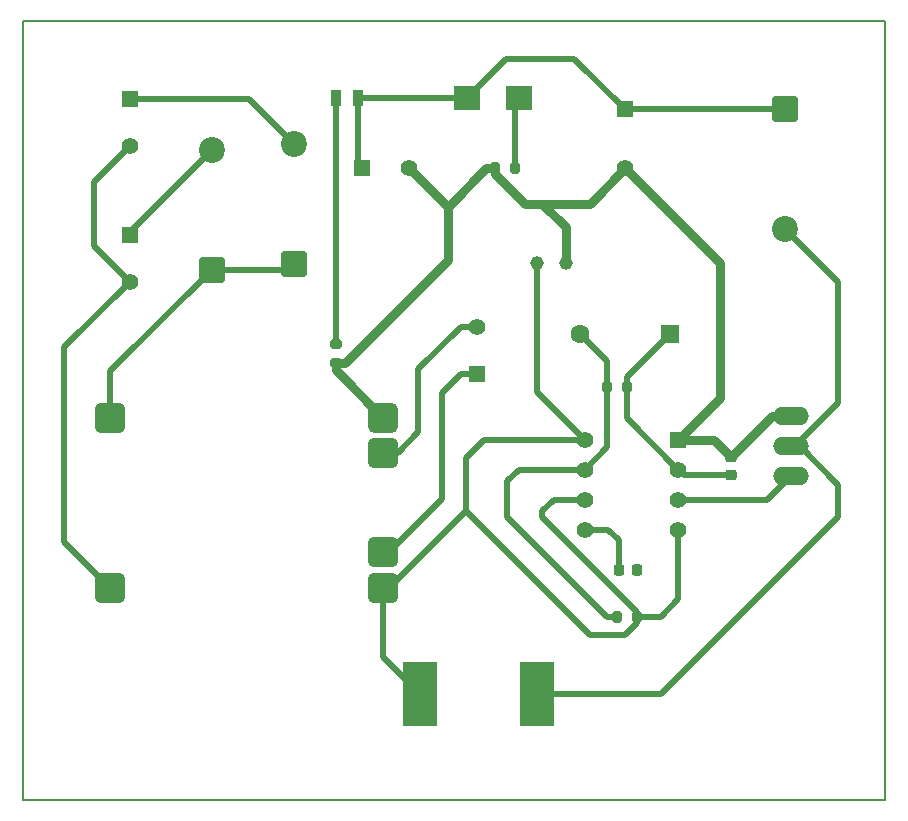
<source format=gbr>
%TF.GenerationSoftware,KiCad,Pcbnew,9.0.5*%
%TF.CreationDate,2025-12-09T22:24:05+01:00*%
%TF.ProjectId,hardware,68617264-7761-4726-952e-6b696361645f,rev?*%
%TF.SameCoordinates,Original*%
%TF.FileFunction,Copper,L2,Bot*%
%TF.FilePolarity,Positive*%
%FSLAX46Y46*%
G04 Gerber Fmt 4.6, Leading zero omitted, Abs format (unit mm)*
G04 Created by KiCad (PCBNEW 9.0.5) date 2025-12-09 22:24:05*
%MOMM*%
%LPD*%
G01*
G04 APERTURE LIST*
G04 Aperture macros list*
%AMRoundRect*
0 Rectangle with rounded corners*
0 $1 Rounding radius*
0 $2 $3 $4 $5 $6 $7 $8 $9 X,Y pos of 4 corners*
0 Add a 4 corners polygon primitive as box body*
4,1,4,$2,$3,$4,$5,$6,$7,$8,$9,$2,$3,0*
0 Add four circle primitives for the rounded corners*
1,1,$1+$1,$2,$3*
1,1,$1+$1,$4,$5*
1,1,$1+$1,$6,$7*
1,1,$1+$1,$8,$9*
0 Add four rect primitives between the rounded corners*
20,1,$1+$1,$2,$3,$4,$5,0*
20,1,$1+$1,$4,$5,$6,$7,0*
20,1,$1+$1,$6,$7,$8,$9,0*
20,1,$1+$1,$8,$9,$2,$3,0*%
G04 Aperture macros list end*
%TA.AperFunction,NonConductor*%
%ADD10C,0.200000*%
%TD*%
%TA.AperFunction,ComponentPad*%
%ADD11R,1.400000X1.400000*%
%TD*%
%TA.AperFunction,ComponentPad*%
%ADD12C,1.400000*%
%TD*%
%TA.AperFunction,ComponentPad*%
%ADD13RoundRect,0.250000X0.550000X0.550000X-0.550000X0.550000X-0.550000X-0.550000X0.550000X-0.550000X0*%
%TD*%
%TA.AperFunction,ComponentPad*%
%ADD14C,1.600000*%
%TD*%
%TA.AperFunction,ComponentPad*%
%ADD15C,1.150000*%
%TD*%
%TA.AperFunction,SMDPad,CuDef*%
%ADD16R,2.900000X5.400000*%
%TD*%
%TA.AperFunction,SMDPad,CuDef*%
%ADD17RoundRect,0.200000X0.200000X0.275000X-0.200000X0.275000X-0.200000X-0.275000X0.200000X-0.275000X0*%
%TD*%
%TA.AperFunction,SMDPad,CuDef*%
%ADD18RoundRect,0.225000X-0.225000X-0.250000X0.225000X-0.250000X0.225000X0.250000X-0.225000X0.250000X0*%
%TD*%
%TA.AperFunction,SMDPad,CuDef*%
%ADD19R,0.900000X1.400000*%
%TD*%
%TA.AperFunction,ComponentPad*%
%ADD20RoundRect,0.249999X0.850001X-0.850001X0.850001X0.850001X-0.850001X0.850001X-0.850001X-0.850001X0*%
%TD*%
%TA.AperFunction,ComponentPad*%
%ADD21C,2.200000*%
%TD*%
%TA.AperFunction,SMDPad,CuDef*%
%ADD22RoundRect,0.375000X-0.875000X0.875000X-0.875000X-0.875000X0.875000X-0.875000X0.875000X0.875000X0*%
%TD*%
%TA.AperFunction,SMDPad,CuDef*%
%ADD23RoundRect,0.450000X-0.800000X0.800000X-0.800000X-0.800000X0.800000X-0.800000X0.800000X0.800000X0*%
%TD*%
%TA.AperFunction,SMDPad,CuDef*%
%ADD24RoundRect,0.200000X-0.200000X-0.275000X0.200000X-0.275000X0.200000X0.275000X-0.200000X0.275000X0*%
%TD*%
%TA.AperFunction,SMDPad,CuDef*%
%ADD25RoundRect,0.200000X-0.275000X0.200000X-0.275000X-0.200000X0.275000X-0.200000X0.275000X0.200000X0*%
%TD*%
%TA.AperFunction,SMDPad,CuDef*%
%ADD26RoundRect,0.225000X0.250000X-0.225000X0.250000X0.225000X-0.250000X0.225000X-0.250000X-0.225000X0*%
%TD*%
%TA.AperFunction,ComponentPad*%
%ADD27RoundRect,0.249999X-0.850001X0.850001X-0.850001X-0.850001X0.850001X-0.850001X0.850001X0.850001X0*%
%TD*%
%TA.AperFunction,ComponentPad*%
%ADD28O,3.048000X1.524000*%
%TD*%
%TA.AperFunction,SMDPad,CuDef*%
%ADD29R,2.250000X2.150000*%
%TD*%
%TA.AperFunction,Conductor*%
%ADD30C,0.800000*%
%TD*%
%TA.AperFunction,Conductor*%
%ADD31C,0.500000*%
%TD*%
%TA.AperFunction,Conductor*%
%ADD32C,0.400000*%
%TD*%
G04 APERTURE END LIST*
D10*
X55000000Y-99500000D02*
X128000000Y-99500000D01*
X128000000Y-165500000D01*
X55000000Y-165500000D01*
X55000000Y-99500000D01*
D11*
%TO.P,J17,1,Pin_1*%
%TO.N,Net-(J17-Pin_1)*%
X93450000Y-129400000D03*
D12*
%TO.P,J17,2,Pin_2*%
%TO.N,Net-(J17-Pin_2)*%
X93450000Y-125400000D03*
%TD*%
D13*
%TO.P,D8,1,K*%
%TO.N,Net-(D8-K)*%
X109810000Y-126000000D03*
D14*
%TO.P,D8,2,A*%
%TO.N,Net-(D8-A)*%
X102190000Y-126000000D03*
%TD*%
D15*
%TO.P,C14,1*%
%TO.N,BAT*%
X98500000Y-120000000D03*
%TO.P,C14,2*%
%TO.N,GND*%
X101000000Y-120000000D03*
%TD*%
D16*
%TO.P,L2,1*%
%TO.N,Net-(D6-A)*%
X98500000Y-156500000D03*
%TO.P,L2,2*%
%TO.N,BAT*%
X88600000Y-156500000D03*
%TD*%
D11*
%TO.P,IC1,1,GROUND*%
%TO.N,GND*%
X110500000Y-134960000D03*
D12*
%TO.P,IC1,2,~{TRIGGER}*%
%TO.N,Net-(D8-K)*%
X110500000Y-137500000D03*
%TO.P,IC1,3,OUTPUT*%
%TO.N,PWM*%
X110500000Y-140040000D03*
%TO.P,IC1,4,~{RESET}*%
%TO.N,BAT*%
X110500000Y-142580000D03*
X102560000Y-140040000D03*
%TO.P,IC1,5,CONTROL_VOLTAGE*%
%TO.N,Net-(IC1-CONTROL_VOLTAGE)*%
X102560000Y-142580000D03*
%TO.P,IC1,7,DISCHARGE*%
%TO.N,Net-(D8-A)*%
X102560000Y-137500000D03*
%TO.P,IC1,8,V+*%
%TO.N,BAT*%
X102560000Y-134960000D03*
%TD*%
D11*
%TO.P,J16,1,Pin_1*%
%TO.N,Net-(D5-A)*%
X64050000Y-117600000D03*
D12*
%TO.P,J16,2,Pin_2*%
%TO.N,Net-(J15-Pin_2)*%
X64050000Y-121600000D03*
%TD*%
D17*
%TO.P,R17,1*%
%TO.N,Net-(D8-K)*%
X106150000Y-130500000D03*
%TO.P,R17,2*%
%TO.N,Net-(D8-A)*%
X104500000Y-130500000D03*
%TD*%
D11*
%TO.P,C8,1,+*%
%TO.N,+5V*%
X106000000Y-107000000D03*
D12*
%TO.P,C8,2,-*%
%TO.N,GND*%
X106000000Y-112000000D03*
%TD*%
D18*
%TO.P,C9,1*%
%TO.N,Net-(IC1-CONTROL_VOLTAGE)*%
X105450000Y-146000000D03*
%TO.P,C9,2*%
%TO.N,GND*%
X107000000Y-146000000D03*
%TD*%
D19*
%TO.P,LED1,1,K*%
%TO.N,Net-(LED1-K)*%
X81500000Y-106000000D03*
%TO.P,LED1,2,A*%
%TO.N,+5V*%
X83400000Y-106000000D03*
%TD*%
D11*
%TO.P,J15,1,Pin_1*%
%TO.N,Net-(D4-A)*%
X64050000Y-106100000D03*
D12*
%TO.P,J15,2,Pin_2*%
%TO.N,Net-(J15-Pin_2)*%
X64050000Y-110100000D03*
%TD*%
D11*
%TO.P,J18,1,Pin_1*%
%TO.N,+5V*%
X83700000Y-111950000D03*
D12*
%TO.P,J18,2,Pin_2*%
%TO.N,GND*%
X87700000Y-111950000D03*
%TD*%
D20*
%TO.P,D5,1,K*%
%TO.N,Net-(D4-K)*%
X71000000Y-120580000D03*
D21*
%TO.P,D5,2,A*%
%TO.N,Net-(D5-A)*%
X71000000Y-110420000D03*
%TD*%
D22*
%TO.P,U4,1,+*%
%TO.N,Net-(D4-K)*%
X62400000Y-133100000D03*
%TO.P,U4,2,-*%
%TO.N,Net-(J15-Pin_2)*%
X62400000Y-147500000D03*
%TO.P,U4,3,OUT_+*%
%TO.N,BAT*%
X85500000Y-147500000D03*
%TO.P,U4,4,B_+*%
%TO.N,Net-(J17-Pin_1)*%
X85500000Y-144500000D03*
%TO.P,U4,5,B_-*%
%TO.N,Net-(J17-Pin_2)*%
X85500000Y-136100000D03*
D23*
%TO.P,U4,6,OUT_-*%
%TO.N,GND*%
X85500000Y-133100000D03*
%TD*%
D24*
%TO.P,R18,1*%
%TO.N,Net-(D8-A)*%
X105350000Y-150000000D03*
%TO.P,R18,2*%
%TO.N,BAT*%
X107000000Y-150000000D03*
%TD*%
D20*
%TO.P,D4,1,K*%
%TO.N,Net-(D4-K)*%
X78000000Y-120080000D03*
D21*
%TO.P,D4,2,A*%
%TO.N,Net-(D4-A)*%
X78000000Y-109920000D03*
%TD*%
D25*
%TO.P,R15,1*%
%TO.N,Net-(LED1-K)*%
X81500000Y-126850000D03*
%TO.P,R15,2*%
%TO.N,GND*%
X81500000Y-128500000D03*
%TD*%
D26*
%TO.P,C12,1*%
%TO.N,Net-(D8-K)*%
X115000000Y-138000000D03*
%TO.P,C12,2*%
%TO.N,GND*%
X115000000Y-136450000D03*
%TD*%
D27*
%TO.P,D6,1,K*%
%TO.N,+5V*%
X119500000Y-107000000D03*
D21*
%TO.P,D6,2,A*%
%TO.N,Net-(D6-A)*%
X119500000Y-117160000D03*
%TD*%
D28*
%TO.P,Q4,D*%
%TO.N,Net-(D6-A)*%
X120000000Y-135540000D03*
%TO.P,Q4,G*%
%TO.N,PWM*%
X120000000Y-138080000D03*
%TO.P,Q4,S*%
%TO.N,GND*%
X120000000Y-133000000D03*
%TD*%
D29*
%TO.P,Z1,1,K*%
%TO.N,+5V*%
X92600000Y-106000000D03*
%TO.P,Z1,2,A*%
%TO.N,Net-(Z1-A)*%
X97000000Y-106000000D03*
%TD*%
D17*
%TO.P,R16,1*%
%TO.N,Net-(Z1-A)*%
X96650000Y-112000000D03*
%TO.P,R16,2*%
%TO.N,GND*%
X95000000Y-112000000D03*
%TD*%
D30*
%TO.N,GND*%
X94250000Y-112000000D02*
X95000000Y-112000000D01*
X91000000Y-115250000D02*
X87700000Y-111950000D01*
X101000000Y-117000000D02*
X101000000Y-120000000D01*
X81500000Y-129100000D02*
X81500000Y-128500000D01*
X82242500Y-128500000D02*
X91000000Y-119742500D01*
X118450000Y-133000000D02*
X120000000Y-133000000D01*
X91000000Y-119742500D02*
X91000000Y-115250000D01*
X95000000Y-112475000D02*
X97525000Y-115000000D01*
X103000000Y-115000000D02*
X106000000Y-112000000D01*
X114000000Y-131460000D02*
X110500000Y-134960000D01*
X113510000Y-134960000D02*
X115000000Y-136450000D01*
X114000000Y-120000000D02*
X114000000Y-131460000D01*
X81500000Y-128500000D02*
X82242500Y-128500000D01*
X85500000Y-133100000D02*
X81500000Y-129100000D01*
X106000000Y-112000000D02*
X114000000Y-120000000D01*
X99000000Y-115000000D02*
X101000000Y-117000000D01*
X110500000Y-134960000D02*
X113510000Y-134960000D01*
X97525000Y-115000000D02*
X99000000Y-115000000D01*
X115000000Y-136450000D02*
X118450000Y-133000000D01*
X91000000Y-115250000D02*
X94250000Y-112000000D01*
X99000000Y-115000000D02*
X103000000Y-115000000D01*
X95000000Y-112000000D02*
X95000000Y-112475000D01*
D31*
%TO.N,+5V*%
X101701000Y-102701000D02*
X106000000Y-107000000D01*
X106000000Y-107000000D02*
X119500000Y-107000000D01*
X83400000Y-106000000D02*
X92600000Y-106000000D01*
X92600000Y-106000000D02*
X95899000Y-102701000D01*
X83400000Y-106000000D02*
X83400000Y-111650000D01*
X95899000Y-102701000D02*
X101701000Y-102701000D01*
X83400000Y-111650000D02*
X83700000Y-111950000D01*
%TO.N,BAT*%
X94040000Y-134960000D02*
X92500000Y-136500000D01*
X103000000Y-151500000D02*
X106000000Y-151500000D01*
X102560000Y-134960000D02*
X94040000Y-134960000D01*
X109000000Y-150000000D02*
X110500000Y-148500000D01*
X85500000Y-153400000D02*
X88600000Y-156500000D01*
X86000000Y-147500000D02*
X92500000Y-141000000D01*
D32*
X85500000Y-147500000D02*
X86000000Y-147500000D01*
D31*
X107000000Y-150000000D02*
X109000000Y-150000000D01*
X99000000Y-141000000D02*
X99000000Y-141525000D01*
X99000000Y-141525000D02*
X107000000Y-149525000D01*
X107000000Y-150500000D02*
X107000000Y-150000000D01*
X110500000Y-148500000D02*
X110500000Y-142580000D01*
X102560000Y-134960000D02*
X98500000Y-130900000D01*
X107000000Y-149525000D02*
X107000000Y-150000000D01*
X102560000Y-140040000D02*
X99960000Y-140040000D01*
X92500000Y-141000000D02*
X103000000Y-151500000D01*
X92500000Y-136500000D02*
X92500000Y-141000000D01*
X85500000Y-147500000D02*
X85500000Y-153400000D01*
X98500000Y-130900000D02*
X98500000Y-120000000D01*
X99960000Y-140040000D02*
X99000000Y-141000000D01*
X106000000Y-151500000D02*
X107000000Y-150500000D01*
%TO.N,PWM*%
X118040000Y-140040000D02*
X120000000Y-138080000D01*
X110500000Y-140040000D02*
X118040000Y-140040000D01*
%TO.N,Net-(IC1-CONTROL_VOLTAGE)*%
X105450000Y-143450000D02*
X104580000Y-142580000D01*
X104580000Y-142580000D02*
X102560000Y-142580000D01*
X105450000Y-146000000D02*
X105450000Y-143450000D01*
%TO.N,Net-(D4-K)*%
X62400000Y-129180000D02*
X71000000Y-120580000D01*
X78000000Y-120080000D02*
X77500000Y-120580000D01*
X62400000Y-133100000D02*
X62400000Y-129180000D01*
X71000000Y-120580000D02*
X77500000Y-120580000D01*
%TO.N,Net-(D4-A)*%
X74180000Y-106100000D02*
X78000000Y-109920000D01*
X64050000Y-106100000D02*
X74180000Y-106100000D01*
%TO.N,Net-(D5-A)*%
X64050000Y-117600000D02*
X64050000Y-117370000D01*
X64050000Y-117370000D02*
X71000000Y-110420000D01*
%TO.N,Net-(D6-A)*%
X119500000Y-117160000D02*
X124000000Y-121660000D01*
X109000000Y-156500000D02*
X98500000Y-156500000D01*
X124000000Y-141500000D02*
X109000000Y-156500000D01*
X120762000Y-135540000D02*
X124000000Y-138778000D01*
X120000000Y-135540000D02*
X120361705Y-135540000D01*
X124000000Y-138778000D02*
X124000000Y-141500000D01*
X120000000Y-135540000D02*
X120762000Y-135540000D01*
X120361705Y-135540000D02*
X124000000Y-131901705D01*
X124000000Y-121660000D02*
X124000000Y-131901705D01*
%TO.N,Net-(J15-Pin_2)*%
X61000000Y-118550000D02*
X61000000Y-113150000D01*
X61000000Y-113150000D02*
X64050000Y-110100000D01*
X58500000Y-127150000D02*
X64050000Y-121600000D01*
X58500000Y-143600000D02*
X58500000Y-127150000D01*
X62400000Y-147500000D02*
X58500000Y-143600000D01*
X64050000Y-121600000D02*
X61000000Y-118550000D01*
%TO.N,Net-(J17-Pin_2)*%
X88500000Y-134350000D02*
X88500000Y-129000000D01*
X92100000Y-125400000D02*
X93450000Y-125400000D01*
X85500000Y-136100000D02*
X86750000Y-136100000D01*
X86750000Y-136100000D02*
X88500000Y-134350000D01*
X88500000Y-129000000D02*
X92100000Y-125400000D01*
%TO.N,Net-(J17-Pin_1)*%
X86000000Y-144500000D02*
X90500000Y-140000000D01*
X90500000Y-131000000D02*
X92100000Y-129400000D01*
X85500000Y-144500000D02*
X86000000Y-144500000D01*
X92100000Y-129400000D02*
X93450000Y-129400000D01*
X90500000Y-140000000D02*
X90500000Y-131000000D01*
%TO.N,Net-(LED1-K)*%
X81500000Y-126850000D02*
X81500000Y-106000000D01*
%TO.N,Net-(Z1-A)*%
X96650000Y-106350000D02*
X97000000Y-106000000D01*
X96650000Y-112000000D02*
X96650000Y-106350000D01*
%TO.N,Net-(D8-K)*%
X106150000Y-130500000D02*
X106150000Y-129660000D01*
X106150000Y-130500000D02*
X106150000Y-133150000D01*
X106150000Y-133150000D02*
X110500000Y-137500000D01*
X115000000Y-138000000D02*
X111000000Y-138000000D01*
X111000000Y-138000000D02*
X110500000Y-137500000D01*
X106150000Y-129660000D02*
X109810000Y-126000000D01*
%TO.N,Net-(D8-A)*%
X104500000Y-150000000D02*
X96000000Y-141500000D01*
X105350000Y-150000000D02*
X104500000Y-150000000D01*
X96000000Y-138500000D02*
X97000000Y-137500000D01*
X104500000Y-130500000D02*
X104500000Y-128310000D01*
X97000000Y-137500000D02*
X102560000Y-137500000D01*
X104500000Y-128310000D02*
X102190000Y-126000000D01*
X104500000Y-135560000D02*
X102560000Y-137500000D01*
X96000000Y-141500000D02*
X96000000Y-138500000D01*
X104500000Y-130500000D02*
X104500000Y-135560000D01*
%TD*%
M02*

</source>
